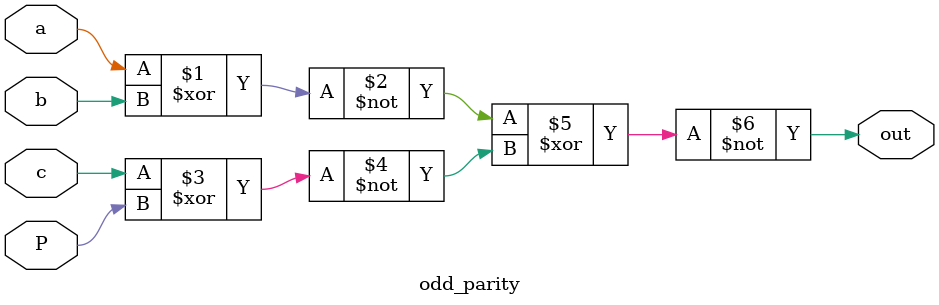
<source format=v>
module odd_parity(input a,b,c,P, output out);
  assign out=~((~(a^b))^(~(c^P)));
endmodule

</source>
